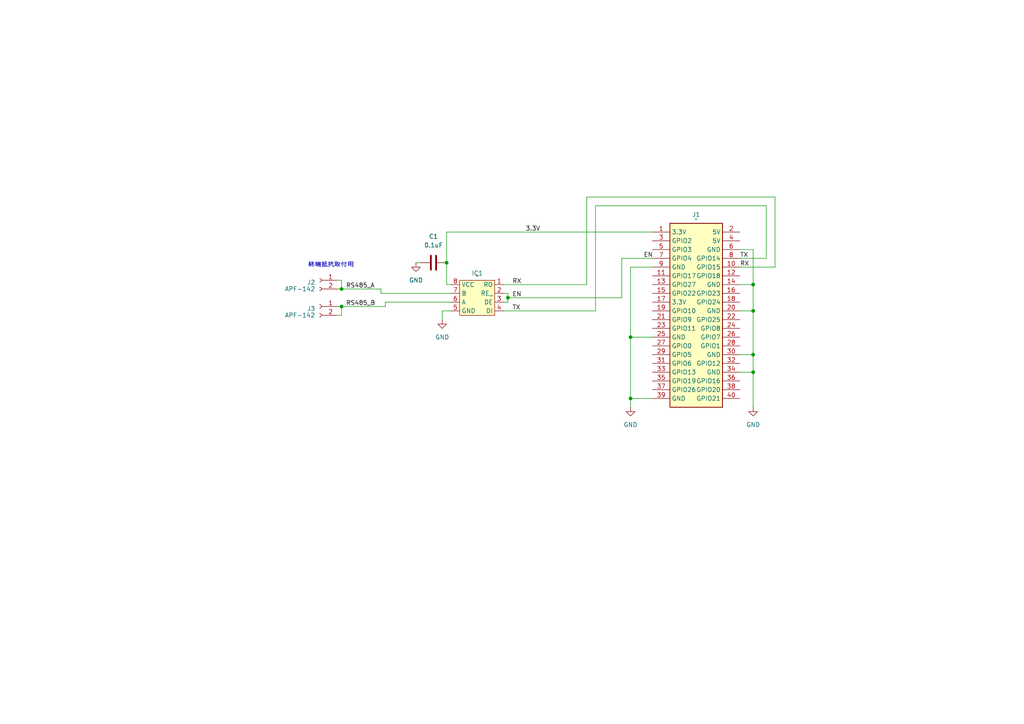
<source format=kicad_sch>
(kicad_sch
	(version 20231120)
	(generator "eeschema")
	(generator_version "8.0")
	(uuid "27385d5c-e80a-4b98-86bb-77fbf7db9d25")
	(paper "A4")
	(lib_symbols
		(symbol "000_RS485HAT:APF-142"
			(pin_names hide)
			(exclude_from_sim no)
			(in_bom yes)
			(on_board yes)
			(property "Reference" "J"
				(at 0 2.54 0)
				(effects
					(font
						(size 1.27 1.27)
					)
				)
			)
			(property "Value" ""
				(at 0 0 0)
				(effects
					(font
						(size 1.27 1.27)
					)
				)
			)
			(property "Footprint" ""
				(at 0 0 0)
				(effects
					(font
						(size 1.27 1.27)
					)
					(hide yes)
				)
			)
			(property "Datasheet" ""
				(at 0 0 0)
				(effects
					(font
						(size 1.27 1.27)
					)
					(hide yes)
				)
			)
			(property "Description" ""
				(at 0 0 0)
				(effects
					(font
						(size 1.27 1.27)
					)
					(hide yes)
				)
			)
			(symbol "APF-142_1_1"
				(arc
					(start 0 -2.032)
					(mid -0.5058 -2.54)
					(end 0 -3.048)
					(stroke
						(width 0.1524)
						(type default)
					)
					(fill
						(type none)
					)
				)
				(polyline
					(pts
						(xy -1.27 -2.54) (xy -0.508 -2.54)
					)
					(stroke
						(width 0.1524)
						(type default)
					)
					(fill
						(type none)
					)
				)
				(polyline
					(pts
						(xy -1.27 0) (xy -0.508 0)
					)
					(stroke
						(width 0.1524)
						(type default)
					)
					(fill
						(type none)
					)
				)
				(arc
					(start 0 0.508)
					(mid -0.5058 0)
					(end 0 -0.508)
					(stroke
						(width 0.1524)
						(type default)
					)
					(fill
						(type none)
					)
				)
				(pin passive line
					(at -5.08 0 0)
					(length 3.81)
					(name "1"
						(effects
							(font
								(size 1.27 1.27)
							)
						)
					)
					(number "1"
						(effects
							(font
								(size 1.27 1.27)
							)
						)
					)
				)
				(pin passive line
					(at -5.08 -2.54 0)
					(length 3.81)
					(name "2"
						(effects
							(font
								(size 1.27 1.27)
							)
						)
					)
					(number "2"
						(effects
							(font
								(size 1.27 1.27)
							)
						)
					)
				)
			)
		)
		(symbol "000_RS485HAT:MAX3485ED"
			(exclude_from_sim no)
			(in_bom yes)
			(on_board yes)
			(property "Reference" "IC"
				(at -0.254 7.874 0)
				(effects
					(font
						(size 1.27 1.27)
					)
				)
			)
			(property "Value" ""
				(at -2.54 0 0)
				(effects
					(font
						(size 1.27 1.27)
					)
				)
			)
			(property "Footprint" ""
				(at -2.54 0 0)
				(effects
					(font
						(size 1.27 1.27)
					)
					(hide yes)
				)
			)
			(property "Datasheet" ""
				(at -2.54 0 0)
				(effects
					(font
						(size 1.27 1.27)
					)
					(hide yes)
				)
			)
			(property "Description" ""
				(at -2.54 0 0)
				(effects
					(font
						(size 1.27 1.27)
					)
					(hide yes)
				)
			)
			(symbol "MAX3485ED_1_1"
				(rectangle
					(start -5.08 5.08)
					(end 5.08 -5.08)
					(stroke
						(width 0)
						(type default)
					)
					(fill
						(type background)
					)
				)
				(pin passive line
					(at -7.62 3.81 0)
					(length 2.54)
					(name "RO"
						(effects
							(font
								(size 1.27 1.27)
							)
						)
					)
					(number "1"
						(effects
							(font
								(size 1.27 1.27)
							)
						)
					)
				)
				(pin passive line
					(at -7.62 1.27 0)
					(length 2.54)
					(name "RE_"
						(effects
							(font
								(size 1.27 1.27)
							)
						)
					)
					(number "2"
						(effects
							(font
								(size 1.27 1.27)
							)
						)
					)
				)
				(pin passive line
					(at -7.62 -1.27 0)
					(length 2.54)
					(name "DE"
						(effects
							(font
								(size 1.27 1.27)
							)
						)
					)
					(number "3"
						(effects
							(font
								(size 1.27 1.27)
							)
						)
					)
				)
				(pin passive line
					(at -7.62 -3.81 0)
					(length 2.54)
					(name "DI"
						(effects
							(font
								(size 1.27 1.27)
							)
						)
					)
					(number "4"
						(effects
							(font
								(size 1.27 1.27)
							)
						)
					)
				)
				(pin passive line
					(at 7.62 -3.81 180)
					(length 2.54)
					(name "GND"
						(effects
							(font
								(size 1.27 1.27)
							)
						)
					)
					(number "5"
						(effects
							(font
								(size 1.27 1.27)
							)
						)
					)
				)
				(pin passive line
					(at 7.62 -1.27 180)
					(length 2.54)
					(name "A"
						(effects
							(font
								(size 1.27 1.27)
							)
						)
					)
					(number "6"
						(effects
							(font
								(size 1.27 1.27)
							)
						)
					)
				)
				(pin passive line
					(at 7.62 1.27 180)
					(length 2.54)
					(name "B"
						(effects
							(font
								(size 1.27 1.27)
							)
						)
					)
					(number "7"
						(effects
							(font
								(size 1.27 1.27)
							)
						)
					)
				)
				(pin passive line
					(at 7.62 3.81 180)
					(length 2.54)
					(name "VCC"
						(effects
							(font
								(size 1.27 1.27)
							)
						)
					)
					(number "8"
						(effects
							(font
								(size 1.27 1.27)
							)
						)
					)
				)
			)
		)
		(symbol "000_RS485HAT:MFH2X20SG-2"
			(exclude_from_sim no)
			(in_bom yes)
			(on_board yes)
			(property "Reference" "J"
				(at 12.192 4.826 0)
				(effects
					(font
						(size 1.27 1.27)
					)
				)
			)
			(property "Value" ""
				(at 0 0 0)
				(effects
					(font
						(size 1.27 1.27)
					)
				)
			)
			(property "Footprint" ""
				(at 0 0 0)
				(effects
					(font
						(size 1.27 1.27)
					)
					(hide yes)
				)
			)
			(property "Datasheet" ""
				(at 0 0 0)
				(effects
					(font
						(size 1.27 1.27)
					)
					(hide yes)
				)
			)
			(property "Description" ""
				(at 0 0 0)
				(effects
					(font
						(size 1.27 1.27)
					)
					(hide yes)
				)
			)
			(symbol "MFH2X20SG-2_1_1"
				(rectangle
					(start 5.08 2.54)
					(end 20.32 -50.8)
					(stroke
						(width 0.254)
						(type default)
					)
					(fill
						(type background)
					)
				)
				(pin passive line
					(at 0 0 0)
					(length 5.08)
					(name "3.3V"
						(effects
							(font
								(size 1.27 1.27)
							)
						)
					)
					(number "1"
						(effects
							(font
								(size 1.27 1.27)
							)
						)
					)
				)
				(pin passive line
					(at 25.4 -10.16 180)
					(length 5.08)
					(name "GPIO15"
						(effects
							(font
								(size 1.27 1.27)
							)
						)
					)
					(number "10"
						(effects
							(font
								(size 1.27 1.27)
							)
						)
					)
				)
				(pin passive line
					(at 0 -12.7 0)
					(length 5.08)
					(name "GPIO17"
						(effects
							(font
								(size 1.27 1.27)
							)
						)
					)
					(number "11"
						(effects
							(font
								(size 1.27 1.27)
							)
						)
					)
				)
				(pin passive line
					(at 25.4 -12.7 180)
					(length 5.08)
					(name "GPIO18"
						(effects
							(font
								(size 1.27 1.27)
							)
						)
					)
					(number "12"
						(effects
							(font
								(size 1.27 1.27)
							)
						)
					)
				)
				(pin passive line
					(at 0 -15.24 0)
					(length 5.08)
					(name "GPIO27"
						(effects
							(font
								(size 1.27 1.27)
							)
						)
					)
					(number "13"
						(effects
							(font
								(size 1.27 1.27)
							)
						)
					)
				)
				(pin passive line
					(at 25.4 -15.24 180)
					(length 5.08)
					(name "GND"
						(effects
							(font
								(size 1.27 1.27)
							)
						)
					)
					(number "14"
						(effects
							(font
								(size 1.27 1.27)
							)
						)
					)
				)
				(pin passive line
					(at 0 -17.78 0)
					(length 5.08)
					(name "GPIO22"
						(effects
							(font
								(size 1.27 1.27)
							)
						)
					)
					(number "15"
						(effects
							(font
								(size 1.27 1.27)
							)
						)
					)
				)
				(pin passive line
					(at 25.4 -17.78 180)
					(length 5.08)
					(name "GPIO23"
						(effects
							(font
								(size 1.27 1.27)
							)
						)
					)
					(number "16"
						(effects
							(font
								(size 1.27 1.27)
							)
						)
					)
				)
				(pin passive line
					(at 0 -20.32 0)
					(length 5.08)
					(name "3.3V"
						(effects
							(font
								(size 1.27 1.27)
							)
						)
					)
					(number "17"
						(effects
							(font
								(size 1.27 1.27)
							)
						)
					)
				)
				(pin passive line
					(at 25.4 -20.32 180)
					(length 5.08)
					(name "GPIO24"
						(effects
							(font
								(size 1.27 1.27)
							)
						)
					)
					(number "18"
						(effects
							(font
								(size 1.27 1.27)
							)
						)
					)
				)
				(pin passive line
					(at 0 -22.86 0)
					(length 5.08)
					(name "GPIO10"
						(effects
							(font
								(size 1.27 1.27)
							)
						)
					)
					(number "19"
						(effects
							(font
								(size 1.27 1.27)
							)
						)
					)
				)
				(pin passive line
					(at 25.4 0 180)
					(length 5.08)
					(name "5V"
						(effects
							(font
								(size 1.27 1.27)
							)
						)
					)
					(number "2"
						(effects
							(font
								(size 1.27 1.27)
							)
						)
					)
				)
				(pin passive line
					(at 25.4 -22.86 180)
					(length 5.08)
					(name "GND"
						(effects
							(font
								(size 1.27 1.27)
							)
						)
					)
					(number "20"
						(effects
							(font
								(size 1.27 1.27)
							)
						)
					)
				)
				(pin passive line
					(at 0 -25.4 0)
					(length 5.08)
					(name "GPIO9"
						(effects
							(font
								(size 1.27 1.27)
							)
						)
					)
					(number "21"
						(effects
							(font
								(size 1.27 1.27)
							)
						)
					)
				)
				(pin passive line
					(at 25.4 -25.4 180)
					(length 5.08)
					(name "GPIO25"
						(effects
							(font
								(size 1.27 1.27)
							)
						)
					)
					(number "22"
						(effects
							(font
								(size 1.27 1.27)
							)
						)
					)
				)
				(pin passive line
					(at 0 -27.94 0)
					(length 5.08)
					(name "GPIO11"
						(effects
							(font
								(size 1.27 1.27)
							)
						)
					)
					(number "23"
						(effects
							(font
								(size 1.27 1.27)
							)
						)
					)
				)
				(pin passive line
					(at 25.4 -27.94 180)
					(length 5.08)
					(name "GPIO8"
						(effects
							(font
								(size 1.27 1.27)
							)
						)
					)
					(number "24"
						(effects
							(font
								(size 1.27 1.27)
							)
						)
					)
				)
				(pin passive line
					(at 0 -30.48 0)
					(length 5.08)
					(name "GND"
						(effects
							(font
								(size 1.27 1.27)
							)
						)
					)
					(number "25"
						(effects
							(font
								(size 1.27 1.27)
							)
						)
					)
				)
				(pin passive line
					(at 25.4 -30.48 180)
					(length 5.08)
					(name "GPIO7"
						(effects
							(font
								(size 1.27 1.27)
							)
						)
					)
					(number "26"
						(effects
							(font
								(size 1.27 1.27)
							)
						)
					)
				)
				(pin passive line
					(at 0 -33.02 0)
					(length 5.08)
					(name "GPIO0"
						(effects
							(font
								(size 1.27 1.27)
							)
						)
					)
					(number "27"
						(effects
							(font
								(size 1.27 1.27)
							)
						)
					)
				)
				(pin passive line
					(at 25.4 -33.02 180)
					(length 5.08)
					(name "GPIO1"
						(effects
							(font
								(size 1.27 1.27)
							)
						)
					)
					(number "28"
						(effects
							(font
								(size 1.27 1.27)
							)
						)
					)
				)
				(pin passive line
					(at 0 -35.56 0)
					(length 5.08)
					(name "GPIO5"
						(effects
							(font
								(size 1.27 1.27)
							)
						)
					)
					(number "29"
						(effects
							(font
								(size 1.27 1.27)
							)
						)
					)
				)
				(pin passive line
					(at 0 -2.54 0)
					(length 5.08)
					(name "GPIO2"
						(effects
							(font
								(size 1.27 1.27)
							)
						)
					)
					(number "3"
						(effects
							(font
								(size 1.27 1.27)
							)
						)
					)
				)
				(pin passive line
					(at 25.4 -35.56 180)
					(length 5.08)
					(name "GND"
						(effects
							(font
								(size 1.27 1.27)
							)
						)
					)
					(number "30"
						(effects
							(font
								(size 1.27 1.27)
							)
						)
					)
				)
				(pin passive line
					(at 0 -38.1 0)
					(length 5.08)
					(name "GPIO6"
						(effects
							(font
								(size 1.27 1.27)
							)
						)
					)
					(number "31"
						(effects
							(font
								(size 1.27 1.27)
							)
						)
					)
				)
				(pin passive line
					(at 25.4 -38.1 180)
					(length 5.08)
					(name "GPIO12"
						(effects
							(font
								(size 1.27 1.27)
							)
						)
					)
					(number "32"
						(effects
							(font
								(size 1.27 1.27)
							)
						)
					)
				)
				(pin passive line
					(at 0 -40.64 0)
					(length 5.08)
					(name "GPIO13"
						(effects
							(font
								(size 1.27 1.27)
							)
						)
					)
					(number "33"
						(effects
							(font
								(size 1.27 1.27)
							)
						)
					)
				)
				(pin passive line
					(at 25.4 -40.64 180)
					(length 5.08)
					(name "GND"
						(effects
							(font
								(size 1.27 1.27)
							)
						)
					)
					(number "34"
						(effects
							(font
								(size 1.27 1.27)
							)
						)
					)
				)
				(pin passive line
					(at 0 -43.18 0)
					(length 5.08)
					(name "GPIO19"
						(effects
							(font
								(size 1.27 1.27)
							)
						)
					)
					(number "35"
						(effects
							(font
								(size 1.27 1.27)
							)
						)
					)
				)
				(pin passive line
					(at 25.4 -43.18 180)
					(length 5.08)
					(name "GPIO16"
						(effects
							(font
								(size 1.27 1.27)
							)
						)
					)
					(number "36"
						(effects
							(font
								(size 1.27 1.27)
							)
						)
					)
				)
				(pin passive line
					(at 0 -45.72 0)
					(length 5.08)
					(name "GPIO26"
						(effects
							(font
								(size 1.27 1.27)
							)
						)
					)
					(number "37"
						(effects
							(font
								(size 1.27 1.27)
							)
						)
					)
				)
				(pin passive line
					(at 25.4 -45.72 180)
					(length 5.08)
					(name "GPIO20"
						(effects
							(font
								(size 1.27 1.27)
							)
						)
					)
					(number "38"
						(effects
							(font
								(size 1.27 1.27)
							)
						)
					)
				)
				(pin passive line
					(at 0 -48.26 0)
					(length 5.08)
					(name "GND"
						(effects
							(font
								(size 1.27 1.27)
							)
						)
					)
					(number "39"
						(effects
							(font
								(size 1.27 1.27)
							)
						)
					)
				)
				(pin passive line
					(at 25.4 -2.54 180)
					(length 5.08)
					(name "5V"
						(effects
							(font
								(size 1.27 1.27)
							)
						)
					)
					(number "4"
						(effects
							(font
								(size 1.27 1.27)
							)
						)
					)
				)
				(pin passive line
					(at 25.4 -48.26 180)
					(length 5.08)
					(name "GPIO21"
						(effects
							(font
								(size 1.27 1.27)
							)
						)
					)
					(number "40"
						(effects
							(font
								(size 1.27 1.27)
							)
						)
					)
				)
				(pin passive line
					(at 0 -5.08 0)
					(length 5.08)
					(name "GPIO3"
						(effects
							(font
								(size 1.27 1.27)
							)
						)
					)
					(number "5"
						(effects
							(font
								(size 1.27 1.27)
							)
						)
					)
				)
				(pin passive line
					(at 25.4 -5.08 180)
					(length 5.08)
					(name "GND"
						(effects
							(font
								(size 1.27 1.27)
							)
						)
					)
					(number "6"
						(effects
							(font
								(size 1.27 1.27)
							)
						)
					)
				)
				(pin passive line
					(at 0 -7.62 0)
					(length 5.08)
					(name "GPIO4"
						(effects
							(font
								(size 1.27 1.27)
							)
						)
					)
					(number "7"
						(effects
							(font
								(size 1.27 1.27)
							)
						)
					)
				)
				(pin passive line
					(at 25.4 -7.62 180)
					(length 5.08)
					(name "GPIO14"
						(effects
							(font
								(size 1.27 1.27)
							)
						)
					)
					(number "8"
						(effects
							(font
								(size 1.27 1.27)
							)
						)
					)
				)
				(pin passive line
					(at 0 -10.16 0)
					(length 5.08)
					(name "GND"
						(effects
							(font
								(size 1.27 1.27)
							)
						)
					)
					(number "9"
						(effects
							(font
								(size 1.27 1.27)
							)
						)
					)
				)
			)
		)
		(symbol "Device:C"
			(pin_numbers hide)
			(pin_names
				(offset 0.254)
			)
			(exclude_from_sim no)
			(in_bom yes)
			(on_board yes)
			(property "Reference" "C"
				(at 0.635 2.54 0)
				(effects
					(font
						(size 1.27 1.27)
					)
					(justify left)
				)
			)
			(property "Value" "C"
				(at 0.635 -2.54 0)
				(effects
					(font
						(size 1.27 1.27)
					)
					(justify left)
				)
			)
			(property "Footprint" ""
				(at 0.9652 -3.81 0)
				(effects
					(font
						(size 1.27 1.27)
					)
					(hide yes)
				)
			)
			(property "Datasheet" "~"
				(at 0 0 0)
				(effects
					(font
						(size 1.27 1.27)
					)
					(hide yes)
				)
			)
			(property "Description" "Unpolarized capacitor"
				(at 0 0 0)
				(effects
					(font
						(size 1.27 1.27)
					)
					(hide yes)
				)
			)
			(property "ki_keywords" "cap capacitor"
				(at 0 0 0)
				(effects
					(font
						(size 1.27 1.27)
					)
					(hide yes)
				)
			)
			(property "ki_fp_filters" "C_*"
				(at 0 0 0)
				(effects
					(font
						(size 1.27 1.27)
					)
					(hide yes)
				)
			)
			(symbol "C_0_1"
				(polyline
					(pts
						(xy -2.032 -0.762) (xy 2.032 -0.762)
					)
					(stroke
						(width 0.508)
						(type default)
					)
					(fill
						(type none)
					)
				)
				(polyline
					(pts
						(xy -2.032 0.762) (xy 2.032 0.762)
					)
					(stroke
						(width 0.508)
						(type default)
					)
					(fill
						(type none)
					)
				)
			)
			(symbol "C_1_1"
				(pin passive line
					(at 0 3.81 270)
					(length 2.794)
					(name "~"
						(effects
							(font
								(size 1.27 1.27)
							)
						)
					)
					(number "1"
						(effects
							(font
								(size 1.27 1.27)
							)
						)
					)
				)
				(pin passive line
					(at 0 -3.81 90)
					(length 2.794)
					(name "~"
						(effects
							(font
								(size 1.27 1.27)
							)
						)
					)
					(number "2"
						(effects
							(font
								(size 1.27 1.27)
							)
						)
					)
				)
			)
		)
		(symbol "power:GND"
			(power)
			(pin_numbers hide)
			(pin_names
				(offset 0) hide)
			(exclude_from_sim no)
			(in_bom yes)
			(on_board yes)
			(property "Reference" "#PWR"
				(at 0 -6.35 0)
				(effects
					(font
						(size 1.27 1.27)
					)
					(hide yes)
				)
			)
			(property "Value" "GND"
				(at 0 -3.81 0)
				(effects
					(font
						(size 1.27 1.27)
					)
				)
			)
			(property "Footprint" ""
				(at 0 0 0)
				(effects
					(font
						(size 1.27 1.27)
					)
					(hide yes)
				)
			)
			(property "Datasheet" ""
				(at 0 0 0)
				(effects
					(font
						(size 1.27 1.27)
					)
					(hide yes)
				)
			)
			(property "Description" "Power symbol creates a global label with name \"GND\" , ground"
				(at 0 0 0)
				(effects
					(font
						(size 1.27 1.27)
					)
					(hide yes)
				)
			)
			(property "ki_keywords" "global power"
				(at 0 0 0)
				(effects
					(font
						(size 1.27 1.27)
					)
					(hide yes)
				)
			)
			(symbol "GND_0_1"
				(polyline
					(pts
						(xy 0 0) (xy 0 -1.27) (xy 1.27 -1.27) (xy 0 -2.54) (xy -1.27 -1.27) (xy 0 -1.27)
					)
					(stroke
						(width 0)
						(type default)
					)
					(fill
						(type none)
					)
				)
			)
			(symbol "GND_1_1"
				(pin power_in line
					(at 0 0 270)
					(length 0)
					(name "~"
						(effects
							(font
								(size 1.27 1.27)
							)
						)
					)
					(number "1"
						(effects
							(font
								(size 1.27 1.27)
							)
						)
					)
				)
			)
		)
	)
	(junction
		(at 218.44 82.55)
		(diameter 0)
		(color 0 0 0 0)
		(uuid "1fdf09ee-b15a-4ede-b2ea-f3d1d367c963")
	)
	(junction
		(at 147.32 86.36)
		(diameter 0)
		(color 0 0 0 0)
		(uuid "30f3f090-ae20-4cf7-8f8d-02f761503db4")
	)
	(junction
		(at 218.44 107.95)
		(diameter 0)
		(color 0 0 0 0)
		(uuid "37d8f877-ff85-4e44-b18d-7da855cd680c")
	)
	(junction
		(at 129.54 76.2)
		(diameter 0)
		(color 0 0 0 0)
		(uuid "44695ee6-f587-4423-8712-9a21f948090d")
	)
	(junction
		(at 218.44 90.17)
		(diameter 0)
		(color 0 0 0 0)
		(uuid "52a1b155-589d-4a39-ad71-bfb97f81c853")
	)
	(junction
		(at 99.06 88.9)
		(diameter 0)
		(color 0 0 0 0)
		(uuid "54a8536d-9188-4cff-b95b-50a8dc9dcbed")
	)
	(junction
		(at 99.06 83.82)
		(diameter 0)
		(color 0 0 0 0)
		(uuid "633ad562-178e-484a-af2a-05f92e2118b5")
	)
	(junction
		(at 182.88 115.57)
		(diameter 0)
		(color 0 0 0 0)
		(uuid "64765e2f-b58d-4c14-bd56-335266bd0c19")
	)
	(junction
		(at 218.44 102.87)
		(diameter 0)
		(color 0 0 0 0)
		(uuid "c42330c3-37b2-45d2-9257-2737f1401b37")
	)
	(junction
		(at 182.88 97.79)
		(diameter 0)
		(color 0 0 0 0)
		(uuid "ca2c7be1-2a49-4306-a4dc-879a7924f2af")
	)
	(wire
		(pts
			(xy 182.88 115.57) (xy 182.88 118.11)
		)
		(stroke
			(width 0)
			(type default)
		)
		(uuid "00f50a27-25b6-409f-b522-77a9e82c25b3")
	)
	(wire
		(pts
			(xy 218.44 72.39) (xy 218.44 82.55)
		)
		(stroke
			(width 0)
			(type default)
		)
		(uuid "033dd1d2-c949-413c-8505-0f65e416e323")
	)
	(wire
		(pts
			(xy 170.18 82.55) (xy 146.05 82.55)
		)
		(stroke
			(width 0)
			(type default)
		)
		(uuid "04314c3f-2e95-48c1-9077-3296877d7972")
	)
	(wire
		(pts
			(xy 128.27 90.17) (xy 128.27 92.71)
		)
		(stroke
			(width 0)
			(type default)
		)
		(uuid "08544903-5b33-4e9e-ba86-9f890282b804")
	)
	(wire
		(pts
			(xy 214.63 90.17) (xy 218.44 90.17)
		)
		(stroke
			(width 0)
			(type default)
		)
		(uuid "10c36123-ad2d-4e4f-9933-687b83db044f")
	)
	(wire
		(pts
			(xy 130.81 90.17) (xy 128.27 90.17)
		)
		(stroke
			(width 0)
			(type default)
		)
		(uuid "16983d1a-f15f-43b0-998f-72d6c63aa61c")
	)
	(wire
		(pts
			(xy 224.79 77.47) (xy 224.79 57.15)
		)
		(stroke
			(width 0)
			(type default)
		)
		(uuid "1e5cb1d3-ea2c-4566-b217-f9179aec04a9")
	)
	(wire
		(pts
			(xy 120.65 76.2) (xy 121.92 76.2)
		)
		(stroke
			(width 0)
			(type default)
		)
		(uuid "1f605a73-2bf7-4331-907b-4cefe50cbcd6")
	)
	(wire
		(pts
			(xy 218.44 82.55) (xy 218.44 90.17)
		)
		(stroke
			(width 0)
			(type default)
		)
		(uuid "24a4056a-4f74-4af2-819f-5f8311d78aa4")
	)
	(wire
		(pts
			(xy 110.49 83.82) (xy 99.06 83.82)
		)
		(stroke
			(width 0)
			(type default)
		)
		(uuid "2e8ea5f1-1056-44be-af80-430ec16576a1")
	)
	(wire
		(pts
			(xy 99.06 83.82) (xy 97.79 83.82)
		)
		(stroke
			(width 0)
			(type default)
		)
		(uuid "342cbc9a-9b7a-4f5c-9b73-3e68793bc433")
	)
	(wire
		(pts
			(xy 129.54 76.2) (xy 129.54 82.55)
		)
		(stroke
			(width 0)
			(type default)
		)
		(uuid "383cdb6c-0dc6-4782-842e-8304200bd9a1")
	)
	(wire
		(pts
			(xy 218.44 102.87) (xy 218.44 107.95)
		)
		(stroke
			(width 0)
			(type default)
		)
		(uuid "3889b63d-4103-4340-b004-b4c1f94b2d85")
	)
	(wire
		(pts
			(xy 214.63 107.95) (xy 218.44 107.95)
		)
		(stroke
			(width 0)
			(type default)
		)
		(uuid "3c753ea4-c5aa-45e1-b5fc-5ed6abcbcc26")
	)
	(wire
		(pts
			(xy 224.79 57.15) (xy 170.18 57.15)
		)
		(stroke
			(width 0)
			(type default)
		)
		(uuid "411628de-e220-423c-83ae-c1c3fe16a97a")
	)
	(wire
		(pts
			(xy 170.18 57.15) (xy 170.18 82.55)
		)
		(stroke
			(width 0)
			(type default)
		)
		(uuid "41c91dac-f237-4e82-8d65-26c49b0b73f4")
	)
	(wire
		(pts
			(xy 222.25 59.69) (xy 222.25 74.93)
		)
		(stroke
			(width 0)
			(type default)
		)
		(uuid "4b028af5-5fea-4d6c-bc26-afcd3525f819")
	)
	(wire
		(pts
			(xy 214.63 72.39) (xy 218.44 72.39)
		)
		(stroke
			(width 0)
			(type default)
		)
		(uuid "4f7a82b9-15b7-4b0a-9ad6-f4f7043c3c49")
	)
	(wire
		(pts
			(xy 110.49 83.82) (xy 110.49 85.09)
		)
		(stroke
			(width 0)
			(type default)
		)
		(uuid "4fb0f829-42d1-483a-817f-2200770d1d9b")
	)
	(wire
		(pts
			(xy 99.06 91.44) (xy 99.06 88.9)
		)
		(stroke
			(width 0)
			(type default)
		)
		(uuid "4fe3b690-d3b7-46a2-bf56-2ab1a682bd3b")
	)
	(wire
		(pts
			(xy 97.79 81.28) (xy 99.06 81.28)
		)
		(stroke
			(width 0)
			(type default)
		)
		(uuid "54ab2803-6aaa-47fc-9fd6-f2f852e1cd82")
	)
	(wire
		(pts
			(xy 182.88 97.79) (xy 182.88 115.57)
		)
		(stroke
			(width 0)
			(type default)
		)
		(uuid "594dfec2-ae56-4d1a-9f20-8c7f477b9365")
	)
	(wire
		(pts
			(xy 222.25 74.93) (xy 214.63 74.93)
		)
		(stroke
			(width 0)
			(type default)
		)
		(uuid "692368d4-c032-46e6-be78-ef76c3376a96")
	)
	(wire
		(pts
			(xy 99.06 88.9) (xy 111.76 88.9)
		)
		(stroke
			(width 0)
			(type default)
		)
		(uuid "6fdc995d-28d3-4167-b0e1-7076cef51288")
	)
	(wire
		(pts
			(xy 99.06 81.28) (xy 99.06 83.82)
		)
		(stroke
			(width 0)
			(type default)
		)
		(uuid "74d8a013-d8a7-42d9-a0ac-8da7b51a9b03")
	)
	(wire
		(pts
			(xy 218.44 90.17) (xy 218.44 102.87)
		)
		(stroke
			(width 0)
			(type default)
		)
		(uuid "7aaea8c6-4673-4174-8a54-cb39aaa39e61")
	)
	(wire
		(pts
			(xy 110.49 85.09) (xy 130.81 85.09)
		)
		(stroke
			(width 0)
			(type default)
		)
		(uuid "87df9b50-54b4-4df5-8ecb-4f48c7106922")
	)
	(wire
		(pts
			(xy 146.05 90.17) (xy 172.72 90.17)
		)
		(stroke
			(width 0)
			(type default)
		)
		(uuid "883086ba-9b6a-4ec3-b7ed-24f93d9cb908")
	)
	(wire
		(pts
			(xy 214.63 82.55) (xy 218.44 82.55)
		)
		(stroke
			(width 0)
			(type default)
		)
		(uuid "8a87002e-252a-4e92-bd14-42a8ac1aed1c")
	)
	(wire
		(pts
			(xy 146.05 87.63) (xy 147.32 87.63)
		)
		(stroke
			(width 0)
			(type default)
		)
		(uuid "94a11ab4-9be5-458f-b561-d286a9e44204")
	)
	(wire
		(pts
			(xy 147.32 87.63) (xy 147.32 86.36)
		)
		(stroke
			(width 0)
			(type default)
		)
		(uuid "9632e782-5ffd-4929-86a4-a499d2a0fb4d")
	)
	(wire
		(pts
			(xy 97.79 91.44) (xy 99.06 91.44)
		)
		(stroke
			(width 0)
			(type default)
		)
		(uuid "9637db8f-a617-4733-9430-569395d1a8a2")
	)
	(wire
		(pts
			(xy 130.81 87.63) (xy 111.76 87.63)
		)
		(stroke
			(width 0)
			(type default)
		)
		(uuid "a3dc3281-3c34-42d3-a8f0-ca9739cf139a")
	)
	(wire
		(pts
			(xy 189.23 67.31) (xy 129.54 67.31)
		)
		(stroke
			(width 0)
			(type default)
		)
		(uuid "ad0a4c5f-f8f9-4cd4-a4b9-21ad1828b0ea")
	)
	(wire
		(pts
			(xy 182.88 77.47) (xy 182.88 97.79)
		)
		(stroke
			(width 0)
			(type default)
		)
		(uuid "ae0a0502-de1f-468b-b12a-a7f997682fe4")
	)
	(wire
		(pts
			(xy 218.44 107.95) (xy 218.44 118.11)
		)
		(stroke
			(width 0)
			(type default)
		)
		(uuid "b2564272-2247-4079-b50a-c7d5db8555be")
	)
	(wire
		(pts
			(xy 189.23 97.79) (xy 182.88 97.79)
		)
		(stroke
			(width 0)
			(type default)
		)
		(uuid "b7d148b1-82b7-4aa3-8197-3d93abce98ef")
	)
	(wire
		(pts
			(xy 189.23 74.93) (xy 180.34 74.93)
		)
		(stroke
			(width 0)
			(type default)
		)
		(uuid "b82fabd5-fb8d-4232-8484-c3f76d74f4d4")
	)
	(wire
		(pts
			(xy 180.34 86.36) (xy 180.34 74.93)
		)
		(stroke
			(width 0)
			(type default)
		)
		(uuid "b8e8d583-65d6-40fb-b5dd-d7249e7ad462")
	)
	(wire
		(pts
			(xy 111.76 87.63) (xy 111.76 88.9)
		)
		(stroke
			(width 0)
			(type default)
		)
		(uuid "c0b1f816-3c03-4fae-b3fa-492168a0da86")
	)
	(wire
		(pts
			(xy 214.63 102.87) (xy 218.44 102.87)
		)
		(stroke
			(width 0)
			(type default)
		)
		(uuid "d04f7c3d-7d71-4aa6-8010-25dd810b4d14")
	)
	(wire
		(pts
			(xy 129.54 82.55) (xy 130.81 82.55)
		)
		(stroke
			(width 0)
			(type default)
		)
		(uuid "d3cf6d04-f9a8-419f-b1b3-3486a3b56d6a")
	)
	(wire
		(pts
			(xy 189.23 77.47) (xy 182.88 77.47)
		)
		(stroke
			(width 0)
			(type default)
		)
		(uuid "d5ea9d1d-6ebf-4258-a73e-4c325c64bf67")
	)
	(wire
		(pts
			(xy 147.32 86.36) (xy 180.34 86.36)
		)
		(stroke
			(width 0)
			(type default)
		)
		(uuid "d74986d0-5272-4017-a355-c7f3a85db426")
	)
	(wire
		(pts
			(xy 189.23 115.57) (xy 182.88 115.57)
		)
		(stroke
			(width 0)
			(type default)
		)
		(uuid "df388571-4a6c-42d8-afa5-1df02d0a0132")
	)
	(wire
		(pts
			(xy 172.72 90.17) (xy 172.72 59.69)
		)
		(stroke
			(width 0)
			(type default)
		)
		(uuid "e1d20305-e2a1-4a87-b075-b7b659c4c6f5")
	)
	(wire
		(pts
			(xy 214.63 77.47) (xy 224.79 77.47)
		)
		(stroke
			(width 0)
			(type default)
		)
		(uuid "eba514d5-a975-4511-97f1-1b4b36e65246")
	)
	(wire
		(pts
			(xy 147.32 85.09) (xy 146.05 85.09)
		)
		(stroke
			(width 0)
			(type default)
		)
		(uuid "f2370e7d-aec4-4b40-8045-c25dfe84eab3")
	)
	(wire
		(pts
			(xy 97.79 88.9) (xy 99.06 88.9)
		)
		(stroke
			(width 0)
			(type default)
		)
		(uuid "f88143be-95c4-4b27-96fd-a9f225e60e1c")
	)
	(wire
		(pts
			(xy 172.72 59.69) (xy 222.25 59.69)
		)
		(stroke
			(width 0)
			(type default)
		)
		(uuid "f960ac9d-0587-4f4e-be75-c6691338e197")
	)
	(wire
		(pts
			(xy 129.54 67.31) (xy 129.54 76.2)
		)
		(stroke
			(width 0)
			(type default)
		)
		(uuid "f9b6e77d-cf74-4343-98c8-ddb1627b1467")
	)
	(wire
		(pts
			(xy 147.32 86.36) (xy 147.32 85.09)
		)
		(stroke
			(width 0)
			(type default)
		)
		(uuid "fc287b03-7b72-4af1-a568-1310eafb5fe7")
	)
	(text "終端抵抗取付用\n"
		(exclude_from_sim no)
		(at 96.012 76.962 0)
		(effects
			(font
				(size 1.27 1.27)
			)
		)
		(uuid "71d493de-e3f9-46f9-b94d-a493ecf2425f")
	)
	(label "EN"
		(at 148.59 86.36 0)
		(fields_autoplaced yes)
		(effects
			(font
				(size 1.27 1.27)
			)
			(justify left bottom)
		)
		(uuid "03c0c1d8-be54-40c2-bfa4-e1aff4c2f780")
	)
	(label "RS485_A"
		(at 100.33 83.82 0)
		(fields_autoplaced yes)
		(effects
			(font
				(size 1.27 1.27)
			)
			(justify left bottom)
		)
		(uuid "26c54200-d285-47fa-8a2d-e86e2dcab6c1")
	)
	(label "TX"
		(at 214.63 74.93 0)
		(fields_autoplaced yes)
		(effects
			(font
				(size 1.27 1.27)
			)
			(justify left bottom)
		)
		(uuid "2c573f74-c286-4ada-9bcc-9d5a60b67075")
	)
	(label "EN"
		(at 186.69 74.93 0)
		(fields_autoplaced yes)
		(effects
			(font
				(size 1.27 1.27)
			)
			(justify left bottom)
		)
		(uuid "6ee16e63-ea69-47bd-a4a6-f4355036a221")
	)
	(label "RS485_B"
		(at 100.33 88.9 0)
		(fields_autoplaced yes)
		(effects
			(font
				(size 1.27 1.27)
			)
			(justify left bottom)
		)
		(uuid "8261d6b6-2be0-4fbb-a050-d57d466f3698")
	)
	(label "TX"
		(at 148.59 90.17 0)
		(fields_autoplaced yes)
		(effects
			(font
				(size 1.27 1.27)
			)
			(justify left bottom)
		)
		(uuid "828b8b4b-c974-4b87-8e4a-1bf5600838f0")
	)
	(label "3.3V"
		(at 152.4 67.31 0)
		(fields_autoplaced yes)
		(effects
			(font
				(size 1.27 1.27)
			)
			(justify left bottom)
		)
		(uuid "952b2ade-48e6-4da1-84d9-ebdf4810cda1")
	)
	(label "RX"
		(at 214.63 77.47 0)
		(fields_autoplaced yes)
		(effects
			(font
				(size 1.27 1.27)
			)
			(justify left bottom)
		)
		(uuid "badf1ffe-3a7b-444f-9ea9-0d8d4b9b8883")
	)
	(label "RX"
		(at 148.59 82.55 0)
		(fields_autoplaced yes)
		(effects
			(font
				(size 1.27 1.27)
			)
			(justify left bottom)
		)
		(uuid "d242d787-ac80-4c5a-8fae-dd6ceb20517b")
	)
	(symbol
		(lib_id "power:GND")
		(at 182.88 118.11 0)
		(unit 1)
		(exclude_from_sim no)
		(in_bom yes)
		(on_board yes)
		(dnp no)
		(fields_autoplaced yes)
		(uuid "2b607903-ccea-497e-9788-0f8bb9b815e1")
		(property "Reference" "#PWR02"
			(at 182.88 124.46 0)
			(effects
				(font
					(size 1.27 1.27)
				)
				(hide yes)
			)
		)
		(property "Value" "GND"
			(at 182.88 123.19 0)
			(effects
				(font
					(size 1.27 1.27)
				)
			)
		)
		(property "Footprint" ""
			(at 182.88 118.11 0)
			(effects
				(font
					(size 1.27 1.27)
				)
				(hide yes)
			)
		)
		(property "Datasheet" ""
			(at 182.88 118.11 0)
			(effects
				(font
					(size 1.27 1.27)
				)
				(hide yes)
			)
		)
		(property "Description" "Power symbol creates a global label with name \"GND\" , ground"
			(at 182.88 118.11 0)
			(effects
				(font
					(size 1.27 1.27)
				)
				(hide yes)
			)
		)
		(pin "1"
			(uuid "147d515c-3db9-4482-af21-1de5b8672291")
		)
		(instances
			(project "RS485_HAT_PCB_ver1.0.0"
				(path "/27385d5c-e80a-4b98-86bb-77fbf7db9d25"
					(reference "#PWR02")
					(unit 1)
				)
			)
		)
	)
	(symbol
		(lib_id "000_RS485HAT:APF-142")
		(at 92.71 81.28 0)
		(mirror y)
		(unit 1)
		(exclude_from_sim no)
		(in_bom yes)
		(on_board yes)
		(dnp no)
		(fields_autoplaced yes)
		(uuid "2d85d3ea-169f-4054-affd-b6fc959aaaa3")
		(property "Reference" "J2"
			(at 91.44 81.9149 0)
			(effects
				(font
					(size 1.27 1.27)
				)
				(justify left)
			)
		)
		(property "Value" "APF-142"
			(at 91.44 83.82 0)
			(effects
				(font
					(size 1.27 1.27)
				)
				(justify left)
			)
		)
		(property "Footprint" "000_RS485HAT:APF-142"
			(at 92.71 81.28 0)
			(effects
				(font
					(size 1.27 1.27)
				)
				(hide yes)
			)
		)
		(property "Datasheet" ""
			(at 92.71 81.28 0)
			(effects
				(font
					(size 1.27 1.27)
				)
				(hide yes)
			)
		)
		(property "Description" ""
			(at 92.71 81.28 0)
			(effects
				(font
					(size 1.27 1.27)
				)
				(hide yes)
			)
		)
		(property "型式" "APF-142"
			(at 92.71 81.28 0)
			(effects
				(font
					(size 1.27 1.27)
				)
				(hide yes)
			)
		)
		(property "メーカー" "PHOENIX CONTACT"
			(at 92.71 81.28 0)
			(effects
				(font
					(size 1.27 1.27)
				)
				(hide yes)
			)
		)
		(pin "2"
			(uuid "500d4879-f344-4d62-a850-f5523f468188")
		)
		(pin "1"
			(uuid "33d98b95-7b04-408d-a851-1eb7a389e3ce")
		)
		(instances
			(project ""
				(path "/27385d5c-e80a-4b98-86bb-77fbf7db9d25"
					(reference "J2")
					(unit 1)
				)
			)
		)
	)
	(symbol
		(lib_id "power:GND")
		(at 128.27 92.71 0)
		(unit 1)
		(exclude_from_sim no)
		(in_bom yes)
		(on_board yes)
		(dnp no)
		(fields_autoplaced yes)
		(uuid "474312ed-4260-4128-8911-d6d6c85f4eb4")
		(property "Reference" "#PWR01"
			(at 128.27 99.06 0)
			(effects
				(font
					(size 1.27 1.27)
				)
				(hide yes)
			)
		)
		(property "Value" "GND"
			(at 128.27 97.79 0)
			(effects
				(font
					(size 1.27 1.27)
				)
			)
		)
		(property "Footprint" ""
			(at 128.27 92.71 0)
			(effects
				(font
					(size 1.27 1.27)
				)
				(hide yes)
			)
		)
		(property "Datasheet" ""
			(at 128.27 92.71 0)
			(effects
				(font
					(size 1.27 1.27)
				)
				(hide yes)
			)
		)
		(property "Description" "Power symbol creates a global label with name \"GND\" , ground"
			(at 128.27 92.71 0)
			(effects
				(font
					(size 1.27 1.27)
				)
				(hide yes)
			)
		)
		(pin "1"
			(uuid "8e63cb5b-9759-4521-9404-a137eeddaa60")
		)
		(instances
			(project ""
				(path "/27385d5c-e80a-4b98-86bb-77fbf7db9d25"
					(reference "#PWR01")
					(unit 1)
				)
			)
		)
	)
	(symbol
		(lib_id "000_RS485HAT:APF-142")
		(at 92.71 88.9 0)
		(mirror y)
		(unit 1)
		(exclude_from_sim no)
		(in_bom yes)
		(on_board yes)
		(dnp no)
		(fields_autoplaced yes)
		(uuid "61fef334-6967-4356-8816-2519ee41626d")
		(property "Reference" "J3"
			(at 91.44 89.5349 0)
			(effects
				(font
					(size 1.27 1.27)
				)
				(justify left)
			)
		)
		(property "Value" "APF-142"
			(at 91.44 91.44 0)
			(effects
				(font
					(size 1.27 1.27)
				)
				(justify left)
			)
		)
		(property "Footprint" "000_RS485HAT:APF-142"
			(at 92.71 88.9 0)
			(effects
				(font
					(size 1.27 1.27)
				)
				(hide yes)
			)
		)
		(property "Datasheet" ""
			(at 92.71 88.9 0)
			(effects
				(font
					(size 1.27 1.27)
				)
				(hide yes)
			)
		)
		(property "Description" ""
			(at 92.71 88.9 0)
			(effects
				(font
					(size 1.27 1.27)
				)
				(hide yes)
			)
		)
		(property "型式" "APF-142"
			(at 92.71 88.9 0)
			(effects
				(font
					(size 1.27 1.27)
				)
				(hide yes)
			)
		)
		(property "メーカー" "PHOENIX CONTACT"
			(at 92.71 88.9 0)
			(effects
				(font
					(size 1.27 1.27)
				)
				(hide yes)
			)
		)
		(pin "2"
			(uuid "39590e32-a7b8-4c6c-b2ec-50feb822aa22")
		)
		(pin "1"
			(uuid "dba01553-ae33-4ae7-ba1b-a5082d0aa621")
		)
		(instances
			(project "RS485_HAT_PCB_ver1.0.0"
				(path "/27385d5c-e80a-4b98-86bb-77fbf7db9d25"
					(reference "J3")
					(unit 1)
				)
			)
		)
	)
	(symbol
		(lib_id "power:GND")
		(at 218.44 118.11 0)
		(unit 1)
		(exclude_from_sim no)
		(in_bom yes)
		(on_board yes)
		(dnp no)
		(fields_autoplaced yes)
		(uuid "746c054b-c11d-4e22-a835-329b0debdc36")
		(property "Reference" "#PWR03"
			(at 218.44 124.46 0)
			(effects
				(font
					(size 1.27 1.27)
				)
				(hide yes)
			)
		)
		(property "Value" "GND"
			(at 218.44 123.19 0)
			(effects
				(font
					(size 1.27 1.27)
				)
			)
		)
		(property "Footprint" ""
			(at 218.44 118.11 0)
			(effects
				(font
					(size 1.27 1.27)
				)
				(hide yes)
			)
		)
		(property "Datasheet" ""
			(at 218.44 118.11 0)
			(effects
				(font
					(size 1.27 1.27)
				)
				(hide yes)
			)
		)
		(property "Description" "Power symbol creates a global label with name \"GND\" , ground"
			(at 218.44 118.11 0)
			(effects
				(font
					(size 1.27 1.27)
				)
				(hide yes)
			)
		)
		(pin "1"
			(uuid "6abecb1e-d139-4860-8abc-73734b40e5a2")
		)
		(instances
			(project "RS485_HAT_PCB_ver1.0.0"
				(path "/27385d5c-e80a-4b98-86bb-77fbf7db9d25"
					(reference "#PWR03")
					(unit 1)
				)
			)
		)
	)
	(symbol
		(lib_id "000_RS485HAT:MAX3485ED")
		(at 138.43 86.36 0)
		(mirror y)
		(unit 1)
		(exclude_from_sim no)
		(in_bom yes)
		(on_board yes)
		(dnp no)
		(uuid "a949cb13-4e37-4e3a-b9e3-3fb27dc80a18")
		(property "Reference" "IC1"
			(at 138.43 79.248 0)
			(effects
				(font
					(size 1.27 1.27)
				)
			)
		)
		(property "Value" "~"
			(at 138.43 80.01 0)
			(effects
				(font
					(size 1.27 1.27)
				)
			)
		)
		(property "Footprint" "000_RS485HAT:MAX3485ED"
			(at 140.97 86.36 0)
			(effects
				(font
					(size 1.27 1.27)
				)
				(hide yes)
			)
		)
		(property "Datasheet" ""
			(at 140.97 86.36 0)
			(effects
				(font
					(size 1.27 1.27)
				)
				(hide yes)
			)
		)
		(property "Description" ""
			(at 140.97 86.36 0)
			(effects
				(font
					(size 1.27 1.27)
				)
				(hide yes)
			)
		)
		(property "型式" "MAX3485ED"
			(at 138.43 86.36 0)
			(effects
				(font
					(size 1.27 1.27)
				)
				(hide yes)
			)
		)
		(property "メーカー" " HTC Korea TAEJIN Tech"
			(at 138.43 86.36 0)
			(effects
				(font
					(size 1.27 1.27)
				)
				(hide yes)
			)
		)
		(pin "7"
			(uuid "bca6fd2f-ade0-482a-9263-78df0334ed58")
		)
		(pin "4"
			(uuid "df75ed07-fb44-4535-8269-03dc69312cd3")
		)
		(pin "2"
			(uuid "c356b8f4-3528-495d-91f2-4c1b93a0e1da")
		)
		(pin "1"
			(uuid "69c78b04-37fe-4c32-92d3-5a25885c29a7")
		)
		(pin "5"
			(uuid "383f2b48-1003-4ff4-90cc-12491f09c786")
		)
		(pin "6"
			(uuid "b53740e3-662e-4f1d-a146-3b82cb1d6f5c")
		)
		(pin "3"
			(uuid "35216ed3-8539-4e0f-a06e-04f34072fb24")
		)
		(pin "8"
			(uuid "6bc6c5f7-7d2b-442c-ad55-0a43f2998f76")
		)
		(instances
			(project ""
				(path "/27385d5c-e80a-4b98-86bb-77fbf7db9d25"
					(reference "IC1")
					(unit 1)
				)
			)
		)
	)
	(symbol
		(lib_id "power:GND")
		(at 120.65 76.2 0)
		(unit 1)
		(exclude_from_sim no)
		(in_bom yes)
		(on_board yes)
		(dnp no)
		(fields_autoplaced yes)
		(uuid "b6bc9864-cb78-4767-b929-2110c9247350")
		(property "Reference" "#PWR04"
			(at 120.65 82.55 0)
			(effects
				(font
					(size 1.27 1.27)
				)
				(hide yes)
			)
		)
		(property "Value" "GND"
			(at 120.65 81.28 0)
			(effects
				(font
					(size 1.27 1.27)
				)
			)
		)
		(property "Footprint" ""
			(at 120.65 76.2 0)
			(effects
				(font
					(size 1.27 1.27)
				)
				(hide yes)
			)
		)
		(property "Datasheet" ""
			(at 120.65 76.2 0)
			(effects
				(font
					(size 1.27 1.27)
				)
				(hide yes)
			)
		)
		(property "Description" "Power symbol creates a global label with name \"GND\" , ground"
			(at 120.65 76.2 0)
			(effects
				(font
					(size 1.27 1.27)
				)
				(hide yes)
			)
		)
		(pin "1"
			(uuid "258aca34-7406-4174-bbb7-a5433dfef43b")
		)
		(instances
			(project "RS485_HAT_PCB_ver1.0.0"
				(path "/27385d5c-e80a-4b98-86bb-77fbf7db9d25"
					(reference "#PWR04")
					(unit 1)
				)
			)
		)
	)
	(symbol
		(lib_id "Device:C")
		(at 125.73 76.2 90)
		(unit 1)
		(exclude_from_sim no)
		(in_bom yes)
		(on_board yes)
		(dnp no)
		(fields_autoplaced yes)
		(uuid "f64ee5df-8243-4920-a209-b080cb7f9d39")
		(property "Reference" "C1"
			(at 125.73 68.58 90)
			(effects
				(font
					(size 1.27 1.27)
				)
			)
		)
		(property "Value" "0.1uF"
			(at 125.73 71.12 90)
			(effects
				(font
					(size 1.27 1.27)
				)
			)
		)
		(property "Footprint" "000_RS485HAT:chip 1005 metric"
			(at 129.54 75.2348 0)
			(effects
				(font
					(size 1.27 1.27)
				)
				(hide yes)
			)
		)
		(property "Datasheet" "~"
			(at 125.73 76.2 0)
			(effects
				(font
					(size 1.27 1.27)
				)
				(hide yes)
			)
		)
		(property "Description" "Unpolarized capacitor"
			(at 125.73 76.2 0)
			(effects
				(font
					(size 1.27 1.27)
				)
				(hide yes)
			)
		)
		(property "型式" "CL05B104KO5NNNC"
			(at 125.73 76.2 90)
			(effects
				(font
					(size 1.27 1.27)
				)
				(hide yes)
			)
		)
		(property "メーカー" "Samsung Electro-Mechanics"
			(at 125.73 76.2 90)
			(effects
				(font
					(size 1.27 1.27)
				)
				(hide yes)
			)
		)
		(pin "1"
			(uuid "4f0545a1-19d7-4b23-a5a4-70a3127d4eff")
		)
		(pin "2"
			(uuid "f6ccad5d-c5d1-484c-8bbc-1dfef9444c76")
		)
		(instances
			(project ""
				(path "/27385d5c-e80a-4b98-86bb-77fbf7db9d25"
					(reference "C1")
					(unit 1)
				)
			)
		)
	)
	(symbol
		(lib_id "000_RS485HAT:MFH2X20SG-2")
		(at 189.23 67.31 0)
		(unit 1)
		(exclude_from_sim no)
		(in_bom yes)
		(on_board yes)
		(dnp no)
		(uuid "fd94a9ce-eb1b-42e4-9a47-48b7857e34bb")
		(property "Reference" "J1"
			(at 201.93 62.23 0)
			(effects
				(font
					(size 1.27 1.27)
				)
			)
		)
		(property "Value" "~"
			(at 201.93 63.5 0)
			(effects
				(font
					(size 1.27 1.27)
				)
			)
		)
		(property "Footprint" "000_RS485HAT:FH2x20SG_Bottom"
			(at 189.23 67.31 0)
			(effects
				(font
					(size 1.27 1.27)
				)
				(hide yes)
			)
		)
		(property "Datasheet" ""
			(at 189.23 67.31 0)
			(effects
				(font
					(size 1.27 1.27)
				)
				(hide yes)
			)
		)
		(property "Description" ""
			(at 189.23 67.31 0)
			(effects
				(font
					(size 1.27 1.27)
				)
				(hide yes)
			)
		)
		(pin "7"
			(uuid "b0fd174a-f6c1-44cd-a783-74c9c9614672")
		)
		(pin "21"
			(uuid "8f683969-2d2f-40a2-9a33-fbaf8efe33c2")
		)
		(pin "1"
			(uuid "5b674fe4-e129-479d-a9b4-cc1e085e5075")
		)
		(pin "14"
			(uuid "ecb74a8d-8d71-4c07-9432-0ba1dd89a956")
		)
		(pin "17"
			(uuid "bb831b9b-f0b0-4a49-9299-479797f2c431")
		)
		(pin "29"
			(uuid "5e60c2e8-6ea2-42fb-9a46-cc5cf84698da")
		)
		(pin "3"
			(uuid "9ddf3875-0025-45f4-ae64-6320ff857617")
		)
		(pin "30"
			(uuid "da9447bd-ab31-4dfd-9f1d-b5b8753d1226")
		)
		(pin "33"
			(uuid "79f6d91e-df85-4dab-9e0a-5dc12d961899")
		)
		(pin "38"
			(uuid "3f81255d-1a91-4a65-8f30-eccfb79fa923")
		)
		(pin "19"
			(uuid "ba023f3d-6319-4584-a345-044293ec3065")
		)
		(pin "39"
			(uuid "30739bcd-5751-4882-94ca-7d15cd0ae431")
		)
		(pin "18"
			(uuid "72ae4ca8-ddd5-42c9-8354-40c4e253b226")
		)
		(pin "2"
			(uuid "f82d748f-e8c8-4b51-b0f6-87ee32cc4eea")
		)
		(pin "25"
			(uuid "9df65b07-1866-4baf-bc2f-e159fb0dd8bf")
		)
		(pin "32"
			(uuid "4a8aa82a-4e43-4062-a338-2cd2e5a2fcd8")
		)
		(pin "34"
			(uuid "20c144ee-1249-4e76-b828-d53aa78f6041")
		)
		(pin "28"
			(uuid "0ec59740-aed0-4a30-92e0-06364706ad49")
		)
		(pin "37"
			(uuid "8b2d5f1b-7c6a-4754-b770-e64e4b7fa213")
		)
		(pin "23"
			(uuid "0249f642-98a3-4d54-9ae6-1077db46a3b8")
		)
		(pin "27"
			(uuid "1f7a70a7-5748-459e-8fcd-4e124d83e8ae")
		)
		(pin "31"
			(uuid "0f4658dd-a854-4457-98ae-4a737ac03fa1")
		)
		(pin "4"
			(uuid "0e99b66d-3ee4-47a8-bde6-79589d4e0ad4")
		)
		(pin "40"
			(uuid "1022f52a-136e-4b5f-85a3-e8c55db5b713")
		)
		(pin "12"
			(uuid "d255e2b5-46d9-4857-a76f-cf660180bd51")
		)
		(pin "11"
			(uuid "c062786d-20a9-4f06-ac68-2f62f58414a7")
		)
		(pin "16"
			(uuid "b285026b-305a-40c8-8c19-8f831cc0168b")
		)
		(pin "20"
			(uuid "0ace0bdc-7bbd-4496-a11a-8ebdfb74aeb3")
		)
		(pin "24"
			(uuid "0bd1e8bc-48f2-4fa5-b997-073ad22ad2d0")
		)
		(pin "36"
			(uuid "d50aca6e-21c2-4820-a617-f03dc05511e6")
		)
		(pin "15"
			(uuid "73f7b4c3-afab-4a0b-9ef2-ddd8a97ccbd8")
		)
		(pin "22"
			(uuid "225cebd8-08e8-41c7-ae0f-515309281e5e")
		)
		(pin "26"
			(uuid "e5598e1f-4fb3-41ff-92a6-25cf87632377")
		)
		(pin "10"
			(uuid "6ebf62a4-772b-4522-81f4-8cf840047705")
		)
		(pin "5"
			(uuid "a7f42623-1ca5-4769-9d9d-f038435a301d")
		)
		(pin "35"
			(uuid "86216f34-7a86-43fd-bffa-387d785b4aa3")
		)
		(pin "6"
			(uuid "ffaf8635-cab6-4266-a6c6-0826bd825880")
		)
		(pin "13"
			(uuid "187c7a61-c19c-46c3-9e73-b6023d3ba142")
		)
		(pin "8"
			(uuid "d57a3e67-2654-4e0b-a162-1df446ebb2d2")
		)
		(pin "9"
			(uuid "e7e2c758-319f-4f45-a512-af6946ad80b3")
		)
		(instances
			(project ""
				(path "/27385d5c-e80a-4b98-86bb-77fbf7db9d25"
					(reference "J1")
					(unit 1)
				)
			)
		)
	)
	(sheet_instances
		(path "/"
			(page "1")
		)
	)
)

</source>
